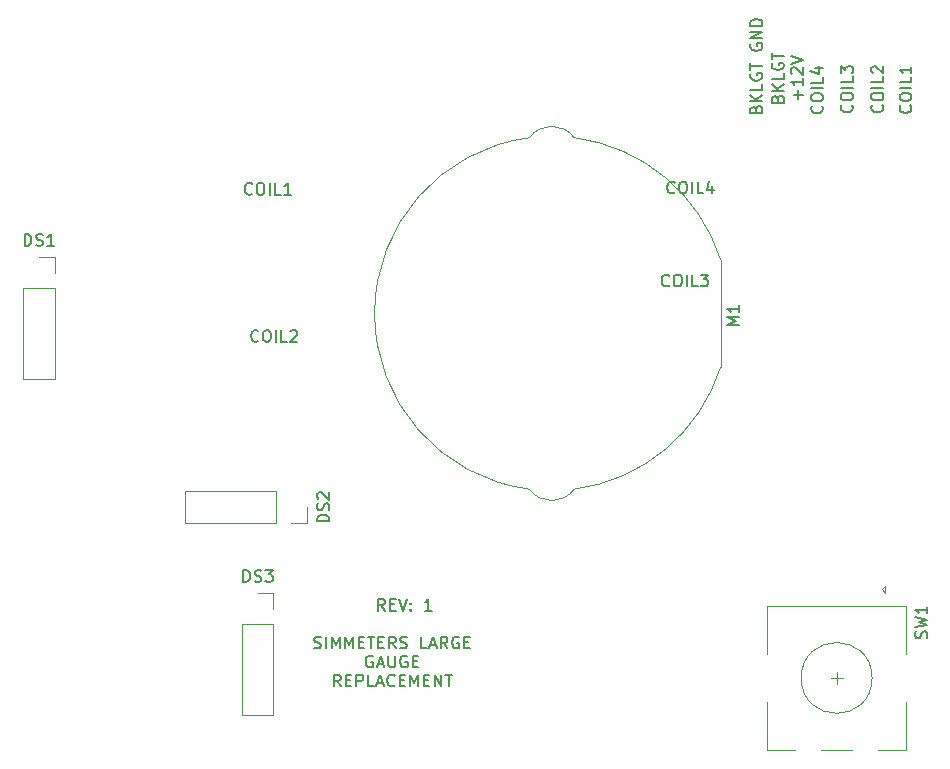
<source format=gbr>
%TF.GenerationSoftware,KiCad,Pcbnew,7.0.9*%
%TF.CreationDate,2023-11-24T15:57:51+10:00*%
%TF.ProjectId,Simmeters Large Guage Replacement,53696d6d-6574-4657-9273-204c61726765,rev?*%
%TF.SameCoordinates,Original*%
%TF.FileFunction,Legend,Top*%
%TF.FilePolarity,Positive*%
%FSLAX46Y46*%
G04 Gerber Fmt 4.6, Leading zero omitted, Abs format (unit mm)*
G04 Created by KiCad (PCBNEW 7.0.9) date 2023-11-24 15:57:51*
%MOMM*%
%LPD*%
G01*
G04 APERTURE LIST*
%ADD10C,0.150000*%
%ADD11C,0.100000*%
%ADD12C,0.120000*%
G04 APERTURE END LIST*
D10*
X209251095Y-83115907D02*
X209298715Y-83163526D01*
X209298715Y-83163526D02*
X209346334Y-83306383D01*
X209346334Y-83306383D02*
X209346334Y-83401621D01*
X209346334Y-83401621D02*
X209298715Y-83544478D01*
X209298715Y-83544478D02*
X209203476Y-83639716D01*
X209203476Y-83639716D02*
X209108238Y-83687335D01*
X209108238Y-83687335D02*
X208917762Y-83734954D01*
X208917762Y-83734954D02*
X208774905Y-83734954D01*
X208774905Y-83734954D02*
X208584429Y-83687335D01*
X208584429Y-83687335D02*
X208489191Y-83639716D01*
X208489191Y-83639716D02*
X208393953Y-83544478D01*
X208393953Y-83544478D02*
X208346334Y-83401621D01*
X208346334Y-83401621D02*
X208346334Y-83306383D01*
X208346334Y-83306383D02*
X208393953Y-83163526D01*
X208393953Y-83163526D02*
X208441572Y-83115907D01*
X208346334Y-82496859D02*
X208346334Y-82306383D01*
X208346334Y-82306383D02*
X208393953Y-82211145D01*
X208393953Y-82211145D02*
X208489191Y-82115907D01*
X208489191Y-82115907D02*
X208679667Y-82068288D01*
X208679667Y-82068288D02*
X209013000Y-82068288D01*
X209013000Y-82068288D02*
X209203476Y-82115907D01*
X209203476Y-82115907D02*
X209298715Y-82211145D01*
X209298715Y-82211145D02*
X209346334Y-82306383D01*
X209346334Y-82306383D02*
X209346334Y-82496859D01*
X209346334Y-82496859D02*
X209298715Y-82592097D01*
X209298715Y-82592097D02*
X209203476Y-82687335D01*
X209203476Y-82687335D02*
X209013000Y-82734954D01*
X209013000Y-82734954D02*
X208679667Y-82734954D01*
X208679667Y-82734954D02*
X208489191Y-82687335D01*
X208489191Y-82687335D02*
X208393953Y-82592097D01*
X208393953Y-82592097D02*
X208346334Y-82496859D01*
X209346334Y-81639716D02*
X208346334Y-81639716D01*
X209346334Y-80687336D02*
X209346334Y-81163526D01*
X209346334Y-81163526D02*
X208346334Y-81163526D01*
X208679667Y-79925431D02*
X209346334Y-79925431D01*
X208298715Y-80163526D02*
X209013000Y-80401621D01*
X209013000Y-80401621D02*
X209013000Y-79782574D01*
X211781095Y-83045907D02*
X211828715Y-83093526D01*
X211828715Y-83093526D02*
X211876334Y-83236383D01*
X211876334Y-83236383D02*
X211876334Y-83331621D01*
X211876334Y-83331621D02*
X211828715Y-83474478D01*
X211828715Y-83474478D02*
X211733476Y-83569716D01*
X211733476Y-83569716D02*
X211638238Y-83617335D01*
X211638238Y-83617335D02*
X211447762Y-83664954D01*
X211447762Y-83664954D02*
X211304905Y-83664954D01*
X211304905Y-83664954D02*
X211114429Y-83617335D01*
X211114429Y-83617335D02*
X211019191Y-83569716D01*
X211019191Y-83569716D02*
X210923953Y-83474478D01*
X210923953Y-83474478D02*
X210876334Y-83331621D01*
X210876334Y-83331621D02*
X210876334Y-83236383D01*
X210876334Y-83236383D02*
X210923953Y-83093526D01*
X210923953Y-83093526D02*
X210971572Y-83045907D01*
X210876334Y-82426859D02*
X210876334Y-82236383D01*
X210876334Y-82236383D02*
X210923953Y-82141145D01*
X210923953Y-82141145D02*
X211019191Y-82045907D01*
X211019191Y-82045907D02*
X211209667Y-81998288D01*
X211209667Y-81998288D02*
X211543000Y-81998288D01*
X211543000Y-81998288D02*
X211733476Y-82045907D01*
X211733476Y-82045907D02*
X211828715Y-82141145D01*
X211828715Y-82141145D02*
X211876334Y-82236383D01*
X211876334Y-82236383D02*
X211876334Y-82426859D01*
X211876334Y-82426859D02*
X211828715Y-82522097D01*
X211828715Y-82522097D02*
X211733476Y-82617335D01*
X211733476Y-82617335D02*
X211543000Y-82664954D01*
X211543000Y-82664954D02*
X211209667Y-82664954D01*
X211209667Y-82664954D02*
X211019191Y-82617335D01*
X211019191Y-82617335D02*
X210923953Y-82522097D01*
X210923953Y-82522097D02*
X210876334Y-82426859D01*
X211876334Y-81569716D02*
X210876334Y-81569716D01*
X211876334Y-80617336D02*
X211876334Y-81093526D01*
X211876334Y-81093526D02*
X210876334Y-81093526D01*
X210876334Y-80379240D02*
X210876334Y-79760193D01*
X210876334Y-79760193D02*
X211257286Y-80093526D01*
X211257286Y-80093526D02*
X211257286Y-79950669D01*
X211257286Y-79950669D02*
X211304905Y-79855431D01*
X211304905Y-79855431D02*
X211352524Y-79807812D01*
X211352524Y-79807812D02*
X211447762Y-79760193D01*
X211447762Y-79760193D02*
X211685857Y-79760193D01*
X211685857Y-79760193D02*
X211781095Y-79807812D01*
X211781095Y-79807812D02*
X211828715Y-79855431D01*
X211828715Y-79855431D02*
X211876334Y-79950669D01*
X211876334Y-79950669D02*
X211876334Y-80236383D01*
X211876334Y-80236383D02*
X211828715Y-80331621D01*
X211828715Y-80331621D02*
X211781095Y-80379240D01*
X205507524Y-82516859D02*
X205555143Y-82374002D01*
X205555143Y-82374002D02*
X205602762Y-82326383D01*
X205602762Y-82326383D02*
X205698000Y-82278764D01*
X205698000Y-82278764D02*
X205840857Y-82278764D01*
X205840857Y-82278764D02*
X205936095Y-82326383D01*
X205936095Y-82326383D02*
X205983715Y-82374002D01*
X205983715Y-82374002D02*
X206031334Y-82469240D01*
X206031334Y-82469240D02*
X206031334Y-82850192D01*
X206031334Y-82850192D02*
X205031334Y-82850192D01*
X205031334Y-82850192D02*
X205031334Y-82516859D01*
X205031334Y-82516859D02*
X205078953Y-82421621D01*
X205078953Y-82421621D02*
X205126572Y-82374002D01*
X205126572Y-82374002D02*
X205221810Y-82326383D01*
X205221810Y-82326383D02*
X205317048Y-82326383D01*
X205317048Y-82326383D02*
X205412286Y-82374002D01*
X205412286Y-82374002D02*
X205459905Y-82421621D01*
X205459905Y-82421621D02*
X205507524Y-82516859D01*
X205507524Y-82516859D02*
X205507524Y-82850192D01*
X206031334Y-81850192D02*
X205031334Y-81850192D01*
X206031334Y-81278764D02*
X205459905Y-81707335D01*
X205031334Y-81278764D02*
X205602762Y-81850192D01*
X206031334Y-80374002D02*
X206031334Y-80850192D01*
X206031334Y-80850192D02*
X205031334Y-80850192D01*
X205078953Y-79516859D02*
X205031334Y-79612097D01*
X205031334Y-79612097D02*
X205031334Y-79754954D01*
X205031334Y-79754954D02*
X205078953Y-79897811D01*
X205078953Y-79897811D02*
X205174191Y-79993049D01*
X205174191Y-79993049D02*
X205269429Y-80040668D01*
X205269429Y-80040668D02*
X205459905Y-80088287D01*
X205459905Y-80088287D02*
X205602762Y-80088287D01*
X205602762Y-80088287D02*
X205793238Y-80040668D01*
X205793238Y-80040668D02*
X205888476Y-79993049D01*
X205888476Y-79993049D02*
X205983715Y-79897811D01*
X205983715Y-79897811D02*
X206031334Y-79754954D01*
X206031334Y-79754954D02*
X206031334Y-79659716D01*
X206031334Y-79659716D02*
X205983715Y-79516859D01*
X205983715Y-79516859D02*
X205936095Y-79469240D01*
X205936095Y-79469240D02*
X205602762Y-79469240D01*
X205602762Y-79469240D02*
X205602762Y-79659716D01*
X205031334Y-79183525D02*
X205031334Y-78612097D01*
X206031334Y-78897811D02*
X205031334Y-78897811D01*
X207260381Y-82564478D02*
X207260381Y-81802574D01*
X207641334Y-82183526D02*
X206879429Y-82183526D01*
X207641334Y-80802574D02*
X207641334Y-81374002D01*
X207641334Y-81088288D02*
X206641334Y-81088288D01*
X206641334Y-81088288D02*
X206784191Y-81183526D01*
X206784191Y-81183526D02*
X206879429Y-81278764D01*
X206879429Y-81278764D02*
X206927048Y-81374002D01*
X206736572Y-80421621D02*
X206688953Y-80374002D01*
X206688953Y-80374002D02*
X206641334Y-80278764D01*
X206641334Y-80278764D02*
X206641334Y-80040669D01*
X206641334Y-80040669D02*
X206688953Y-79945431D01*
X206688953Y-79945431D02*
X206736572Y-79897812D01*
X206736572Y-79897812D02*
X206831810Y-79850193D01*
X206831810Y-79850193D02*
X206927048Y-79850193D01*
X206927048Y-79850193D02*
X207069905Y-79897812D01*
X207069905Y-79897812D02*
X207641334Y-80469240D01*
X207641334Y-80469240D02*
X207641334Y-79850193D01*
X206641334Y-79564478D02*
X207641334Y-79231145D01*
X207641334Y-79231145D02*
X206641334Y-78897812D01*
X214361095Y-83045907D02*
X214408715Y-83093526D01*
X214408715Y-83093526D02*
X214456334Y-83236383D01*
X214456334Y-83236383D02*
X214456334Y-83331621D01*
X214456334Y-83331621D02*
X214408715Y-83474478D01*
X214408715Y-83474478D02*
X214313476Y-83569716D01*
X214313476Y-83569716D02*
X214218238Y-83617335D01*
X214218238Y-83617335D02*
X214027762Y-83664954D01*
X214027762Y-83664954D02*
X213884905Y-83664954D01*
X213884905Y-83664954D02*
X213694429Y-83617335D01*
X213694429Y-83617335D02*
X213599191Y-83569716D01*
X213599191Y-83569716D02*
X213503953Y-83474478D01*
X213503953Y-83474478D02*
X213456334Y-83331621D01*
X213456334Y-83331621D02*
X213456334Y-83236383D01*
X213456334Y-83236383D02*
X213503953Y-83093526D01*
X213503953Y-83093526D02*
X213551572Y-83045907D01*
X213456334Y-82426859D02*
X213456334Y-82236383D01*
X213456334Y-82236383D02*
X213503953Y-82141145D01*
X213503953Y-82141145D02*
X213599191Y-82045907D01*
X213599191Y-82045907D02*
X213789667Y-81998288D01*
X213789667Y-81998288D02*
X214123000Y-81998288D01*
X214123000Y-81998288D02*
X214313476Y-82045907D01*
X214313476Y-82045907D02*
X214408715Y-82141145D01*
X214408715Y-82141145D02*
X214456334Y-82236383D01*
X214456334Y-82236383D02*
X214456334Y-82426859D01*
X214456334Y-82426859D02*
X214408715Y-82522097D01*
X214408715Y-82522097D02*
X214313476Y-82617335D01*
X214313476Y-82617335D02*
X214123000Y-82664954D01*
X214123000Y-82664954D02*
X213789667Y-82664954D01*
X213789667Y-82664954D02*
X213599191Y-82617335D01*
X213599191Y-82617335D02*
X213503953Y-82522097D01*
X213503953Y-82522097D02*
X213456334Y-82426859D01*
X214456334Y-81569716D02*
X213456334Y-81569716D01*
X214456334Y-80617336D02*
X214456334Y-81093526D01*
X214456334Y-81093526D02*
X213456334Y-81093526D01*
X213551572Y-80331621D02*
X213503953Y-80284002D01*
X213503953Y-80284002D02*
X213456334Y-80188764D01*
X213456334Y-80188764D02*
X213456334Y-79950669D01*
X213456334Y-79950669D02*
X213503953Y-79855431D01*
X213503953Y-79855431D02*
X213551572Y-79807812D01*
X213551572Y-79807812D02*
X213646810Y-79760193D01*
X213646810Y-79760193D02*
X213742048Y-79760193D01*
X213742048Y-79760193D02*
X213884905Y-79807812D01*
X213884905Y-79807812D02*
X214456334Y-80379240D01*
X214456334Y-80379240D02*
X214456334Y-79760193D01*
X203692524Y-83402461D02*
X203740143Y-83259604D01*
X203740143Y-83259604D02*
X203787762Y-83211985D01*
X203787762Y-83211985D02*
X203883000Y-83164366D01*
X203883000Y-83164366D02*
X204025857Y-83164366D01*
X204025857Y-83164366D02*
X204121095Y-83211985D01*
X204121095Y-83211985D02*
X204168715Y-83259604D01*
X204168715Y-83259604D02*
X204216334Y-83354842D01*
X204216334Y-83354842D02*
X204216334Y-83735794D01*
X204216334Y-83735794D02*
X203216334Y-83735794D01*
X203216334Y-83735794D02*
X203216334Y-83402461D01*
X203216334Y-83402461D02*
X203263953Y-83307223D01*
X203263953Y-83307223D02*
X203311572Y-83259604D01*
X203311572Y-83259604D02*
X203406810Y-83211985D01*
X203406810Y-83211985D02*
X203502048Y-83211985D01*
X203502048Y-83211985D02*
X203597286Y-83259604D01*
X203597286Y-83259604D02*
X203644905Y-83307223D01*
X203644905Y-83307223D02*
X203692524Y-83402461D01*
X203692524Y-83402461D02*
X203692524Y-83735794D01*
X204216334Y-82735794D02*
X203216334Y-82735794D01*
X204216334Y-82164366D02*
X203644905Y-82592937D01*
X203216334Y-82164366D02*
X203787762Y-82735794D01*
X204216334Y-81259604D02*
X204216334Y-81735794D01*
X204216334Y-81735794D02*
X203216334Y-81735794D01*
X203263953Y-80402461D02*
X203216334Y-80497699D01*
X203216334Y-80497699D02*
X203216334Y-80640556D01*
X203216334Y-80640556D02*
X203263953Y-80783413D01*
X203263953Y-80783413D02*
X203359191Y-80878651D01*
X203359191Y-80878651D02*
X203454429Y-80926270D01*
X203454429Y-80926270D02*
X203644905Y-80973889D01*
X203644905Y-80973889D02*
X203787762Y-80973889D01*
X203787762Y-80973889D02*
X203978238Y-80926270D01*
X203978238Y-80926270D02*
X204073476Y-80878651D01*
X204073476Y-80878651D02*
X204168715Y-80783413D01*
X204168715Y-80783413D02*
X204216334Y-80640556D01*
X204216334Y-80640556D02*
X204216334Y-80545318D01*
X204216334Y-80545318D02*
X204168715Y-80402461D01*
X204168715Y-80402461D02*
X204121095Y-80354842D01*
X204121095Y-80354842D02*
X203787762Y-80354842D01*
X203787762Y-80354842D02*
X203787762Y-80545318D01*
X203216334Y-80069127D02*
X203216334Y-79497699D01*
X204216334Y-79783413D02*
X203216334Y-79783413D01*
X203263953Y-77878651D02*
X203216334Y-77973889D01*
X203216334Y-77973889D02*
X203216334Y-78116746D01*
X203216334Y-78116746D02*
X203263953Y-78259603D01*
X203263953Y-78259603D02*
X203359191Y-78354841D01*
X203359191Y-78354841D02*
X203454429Y-78402460D01*
X203454429Y-78402460D02*
X203644905Y-78450079D01*
X203644905Y-78450079D02*
X203787762Y-78450079D01*
X203787762Y-78450079D02*
X203978238Y-78402460D01*
X203978238Y-78402460D02*
X204073476Y-78354841D01*
X204073476Y-78354841D02*
X204168715Y-78259603D01*
X204168715Y-78259603D02*
X204216334Y-78116746D01*
X204216334Y-78116746D02*
X204216334Y-78021508D01*
X204216334Y-78021508D02*
X204168715Y-77878651D01*
X204168715Y-77878651D02*
X204121095Y-77831032D01*
X204121095Y-77831032D02*
X203787762Y-77831032D01*
X203787762Y-77831032D02*
X203787762Y-78021508D01*
X204216334Y-77402460D02*
X203216334Y-77402460D01*
X203216334Y-77402460D02*
X204216334Y-76831032D01*
X204216334Y-76831032D02*
X203216334Y-76831032D01*
X204216334Y-76354841D02*
X203216334Y-76354841D01*
X203216334Y-76354841D02*
X203216334Y-76116746D01*
X203216334Y-76116746D02*
X203263953Y-75973889D01*
X203263953Y-75973889D02*
X203359191Y-75878651D01*
X203359191Y-75878651D02*
X203454429Y-75831032D01*
X203454429Y-75831032D02*
X203644905Y-75783413D01*
X203644905Y-75783413D02*
X203787762Y-75783413D01*
X203787762Y-75783413D02*
X203978238Y-75831032D01*
X203978238Y-75831032D02*
X204073476Y-75878651D01*
X204073476Y-75878651D02*
X204168715Y-75973889D01*
X204168715Y-75973889D02*
X204216334Y-76116746D01*
X204216334Y-76116746D02*
X204216334Y-76354841D01*
X216751095Y-83085907D02*
X216798715Y-83133526D01*
X216798715Y-83133526D02*
X216846334Y-83276383D01*
X216846334Y-83276383D02*
X216846334Y-83371621D01*
X216846334Y-83371621D02*
X216798715Y-83514478D01*
X216798715Y-83514478D02*
X216703476Y-83609716D01*
X216703476Y-83609716D02*
X216608238Y-83657335D01*
X216608238Y-83657335D02*
X216417762Y-83704954D01*
X216417762Y-83704954D02*
X216274905Y-83704954D01*
X216274905Y-83704954D02*
X216084429Y-83657335D01*
X216084429Y-83657335D02*
X215989191Y-83609716D01*
X215989191Y-83609716D02*
X215893953Y-83514478D01*
X215893953Y-83514478D02*
X215846334Y-83371621D01*
X215846334Y-83371621D02*
X215846334Y-83276383D01*
X215846334Y-83276383D02*
X215893953Y-83133526D01*
X215893953Y-83133526D02*
X215941572Y-83085907D01*
X215846334Y-82466859D02*
X215846334Y-82276383D01*
X215846334Y-82276383D02*
X215893953Y-82181145D01*
X215893953Y-82181145D02*
X215989191Y-82085907D01*
X215989191Y-82085907D02*
X216179667Y-82038288D01*
X216179667Y-82038288D02*
X216513000Y-82038288D01*
X216513000Y-82038288D02*
X216703476Y-82085907D01*
X216703476Y-82085907D02*
X216798715Y-82181145D01*
X216798715Y-82181145D02*
X216846334Y-82276383D01*
X216846334Y-82276383D02*
X216846334Y-82466859D01*
X216846334Y-82466859D02*
X216798715Y-82562097D01*
X216798715Y-82562097D02*
X216703476Y-82657335D01*
X216703476Y-82657335D02*
X216513000Y-82704954D01*
X216513000Y-82704954D02*
X216179667Y-82704954D01*
X216179667Y-82704954D02*
X215989191Y-82657335D01*
X215989191Y-82657335D02*
X215893953Y-82562097D01*
X215893953Y-82562097D02*
X215846334Y-82466859D01*
X216846334Y-81609716D02*
X215846334Y-81609716D01*
X216846334Y-80657336D02*
X216846334Y-81133526D01*
X216846334Y-81133526D02*
X215846334Y-81133526D01*
X216846334Y-79800193D02*
X216846334Y-80371621D01*
X216846334Y-80085907D02*
X215846334Y-80085907D01*
X215846334Y-80085907D02*
X215989191Y-80181145D01*
X215989191Y-80181145D02*
X216084429Y-80276383D01*
X216084429Y-80276383D02*
X216132048Y-80371621D01*
X172278848Y-125849393D02*
X171945515Y-125373202D01*
X171707420Y-125849393D02*
X171707420Y-124849393D01*
X171707420Y-124849393D02*
X172088372Y-124849393D01*
X172088372Y-124849393D02*
X172183610Y-124897012D01*
X172183610Y-124897012D02*
X172231229Y-124944631D01*
X172231229Y-124944631D02*
X172278848Y-125039869D01*
X172278848Y-125039869D02*
X172278848Y-125182726D01*
X172278848Y-125182726D02*
X172231229Y-125277964D01*
X172231229Y-125277964D02*
X172183610Y-125325583D01*
X172183610Y-125325583D02*
X172088372Y-125373202D01*
X172088372Y-125373202D02*
X171707420Y-125373202D01*
X172707420Y-125325583D02*
X173040753Y-125325583D01*
X173183610Y-125849393D02*
X172707420Y-125849393D01*
X172707420Y-125849393D02*
X172707420Y-124849393D01*
X172707420Y-124849393D02*
X173183610Y-124849393D01*
X173469325Y-124849393D02*
X173802658Y-125849393D01*
X173802658Y-125849393D02*
X174135991Y-124849393D01*
X174469325Y-125754154D02*
X174516944Y-125801774D01*
X174516944Y-125801774D02*
X174469325Y-125849393D01*
X174469325Y-125849393D02*
X174421706Y-125801774D01*
X174421706Y-125801774D02*
X174469325Y-125754154D01*
X174469325Y-125754154D02*
X174469325Y-125849393D01*
X174469325Y-125230345D02*
X174516944Y-125277964D01*
X174516944Y-125277964D02*
X174469325Y-125325583D01*
X174469325Y-125325583D02*
X174421706Y-125277964D01*
X174421706Y-125277964D02*
X174469325Y-125230345D01*
X174469325Y-125230345D02*
X174469325Y-125325583D01*
X176231229Y-125849393D02*
X175659801Y-125849393D01*
X175945515Y-125849393D02*
X175945515Y-124849393D01*
X175945515Y-124849393D02*
X175850277Y-124992250D01*
X175850277Y-124992250D02*
X175755039Y-125087488D01*
X175755039Y-125087488D02*
X175659801Y-125135107D01*
X161552181Y-103004154D02*
X161504562Y-103051774D01*
X161504562Y-103051774D02*
X161361705Y-103099393D01*
X161361705Y-103099393D02*
X161266467Y-103099393D01*
X161266467Y-103099393D02*
X161123610Y-103051774D01*
X161123610Y-103051774D02*
X161028372Y-102956535D01*
X161028372Y-102956535D02*
X160980753Y-102861297D01*
X160980753Y-102861297D02*
X160933134Y-102670821D01*
X160933134Y-102670821D02*
X160933134Y-102527964D01*
X160933134Y-102527964D02*
X160980753Y-102337488D01*
X160980753Y-102337488D02*
X161028372Y-102242250D01*
X161028372Y-102242250D02*
X161123610Y-102147012D01*
X161123610Y-102147012D02*
X161266467Y-102099393D01*
X161266467Y-102099393D02*
X161361705Y-102099393D01*
X161361705Y-102099393D02*
X161504562Y-102147012D01*
X161504562Y-102147012D02*
X161552181Y-102194631D01*
X162171229Y-102099393D02*
X162361705Y-102099393D01*
X162361705Y-102099393D02*
X162456943Y-102147012D01*
X162456943Y-102147012D02*
X162552181Y-102242250D01*
X162552181Y-102242250D02*
X162599800Y-102432726D01*
X162599800Y-102432726D02*
X162599800Y-102766059D01*
X162599800Y-102766059D02*
X162552181Y-102956535D01*
X162552181Y-102956535D02*
X162456943Y-103051774D01*
X162456943Y-103051774D02*
X162361705Y-103099393D01*
X162361705Y-103099393D02*
X162171229Y-103099393D01*
X162171229Y-103099393D02*
X162075991Y-103051774D01*
X162075991Y-103051774D02*
X161980753Y-102956535D01*
X161980753Y-102956535D02*
X161933134Y-102766059D01*
X161933134Y-102766059D02*
X161933134Y-102432726D01*
X161933134Y-102432726D02*
X161980753Y-102242250D01*
X161980753Y-102242250D02*
X162075991Y-102147012D01*
X162075991Y-102147012D02*
X162171229Y-102099393D01*
X163028372Y-103099393D02*
X163028372Y-102099393D01*
X163980752Y-103099393D02*
X163504562Y-103099393D01*
X163504562Y-103099393D02*
X163504562Y-102099393D01*
X164266467Y-102194631D02*
X164314086Y-102147012D01*
X164314086Y-102147012D02*
X164409324Y-102099393D01*
X164409324Y-102099393D02*
X164647419Y-102099393D01*
X164647419Y-102099393D02*
X164742657Y-102147012D01*
X164742657Y-102147012D02*
X164790276Y-102194631D01*
X164790276Y-102194631D02*
X164837895Y-102289869D01*
X164837895Y-102289869D02*
X164837895Y-102385107D01*
X164837895Y-102385107D02*
X164790276Y-102527964D01*
X164790276Y-102527964D02*
X164218848Y-103099393D01*
X164218848Y-103099393D02*
X164837895Y-103099393D01*
X161022181Y-90544154D02*
X160974562Y-90591774D01*
X160974562Y-90591774D02*
X160831705Y-90639393D01*
X160831705Y-90639393D02*
X160736467Y-90639393D01*
X160736467Y-90639393D02*
X160593610Y-90591774D01*
X160593610Y-90591774D02*
X160498372Y-90496535D01*
X160498372Y-90496535D02*
X160450753Y-90401297D01*
X160450753Y-90401297D02*
X160403134Y-90210821D01*
X160403134Y-90210821D02*
X160403134Y-90067964D01*
X160403134Y-90067964D02*
X160450753Y-89877488D01*
X160450753Y-89877488D02*
X160498372Y-89782250D01*
X160498372Y-89782250D02*
X160593610Y-89687012D01*
X160593610Y-89687012D02*
X160736467Y-89639393D01*
X160736467Y-89639393D02*
X160831705Y-89639393D01*
X160831705Y-89639393D02*
X160974562Y-89687012D01*
X160974562Y-89687012D02*
X161022181Y-89734631D01*
X161641229Y-89639393D02*
X161831705Y-89639393D01*
X161831705Y-89639393D02*
X161926943Y-89687012D01*
X161926943Y-89687012D02*
X162022181Y-89782250D01*
X162022181Y-89782250D02*
X162069800Y-89972726D01*
X162069800Y-89972726D02*
X162069800Y-90306059D01*
X162069800Y-90306059D02*
X162022181Y-90496535D01*
X162022181Y-90496535D02*
X161926943Y-90591774D01*
X161926943Y-90591774D02*
X161831705Y-90639393D01*
X161831705Y-90639393D02*
X161641229Y-90639393D01*
X161641229Y-90639393D02*
X161545991Y-90591774D01*
X161545991Y-90591774D02*
X161450753Y-90496535D01*
X161450753Y-90496535D02*
X161403134Y-90306059D01*
X161403134Y-90306059D02*
X161403134Y-89972726D01*
X161403134Y-89972726D02*
X161450753Y-89782250D01*
X161450753Y-89782250D02*
X161545991Y-89687012D01*
X161545991Y-89687012D02*
X161641229Y-89639393D01*
X162498372Y-90639393D02*
X162498372Y-89639393D01*
X163450752Y-90639393D02*
X162974562Y-90639393D01*
X162974562Y-90639393D02*
X162974562Y-89639393D01*
X164307895Y-90639393D02*
X163736467Y-90639393D01*
X164022181Y-90639393D02*
X164022181Y-89639393D01*
X164022181Y-89639393D02*
X163926943Y-89782250D01*
X163926943Y-89782250D02*
X163831705Y-89877488D01*
X163831705Y-89877488D02*
X163736467Y-89925107D01*
X196792181Y-90444154D02*
X196744562Y-90491774D01*
X196744562Y-90491774D02*
X196601705Y-90539393D01*
X196601705Y-90539393D02*
X196506467Y-90539393D01*
X196506467Y-90539393D02*
X196363610Y-90491774D01*
X196363610Y-90491774D02*
X196268372Y-90396535D01*
X196268372Y-90396535D02*
X196220753Y-90301297D01*
X196220753Y-90301297D02*
X196173134Y-90110821D01*
X196173134Y-90110821D02*
X196173134Y-89967964D01*
X196173134Y-89967964D02*
X196220753Y-89777488D01*
X196220753Y-89777488D02*
X196268372Y-89682250D01*
X196268372Y-89682250D02*
X196363610Y-89587012D01*
X196363610Y-89587012D02*
X196506467Y-89539393D01*
X196506467Y-89539393D02*
X196601705Y-89539393D01*
X196601705Y-89539393D02*
X196744562Y-89587012D01*
X196744562Y-89587012D02*
X196792181Y-89634631D01*
X197411229Y-89539393D02*
X197601705Y-89539393D01*
X197601705Y-89539393D02*
X197696943Y-89587012D01*
X197696943Y-89587012D02*
X197792181Y-89682250D01*
X197792181Y-89682250D02*
X197839800Y-89872726D01*
X197839800Y-89872726D02*
X197839800Y-90206059D01*
X197839800Y-90206059D02*
X197792181Y-90396535D01*
X197792181Y-90396535D02*
X197696943Y-90491774D01*
X197696943Y-90491774D02*
X197601705Y-90539393D01*
X197601705Y-90539393D02*
X197411229Y-90539393D01*
X197411229Y-90539393D02*
X197315991Y-90491774D01*
X197315991Y-90491774D02*
X197220753Y-90396535D01*
X197220753Y-90396535D02*
X197173134Y-90206059D01*
X197173134Y-90206059D02*
X197173134Y-89872726D01*
X197173134Y-89872726D02*
X197220753Y-89682250D01*
X197220753Y-89682250D02*
X197315991Y-89587012D01*
X197315991Y-89587012D02*
X197411229Y-89539393D01*
X198268372Y-90539393D02*
X198268372Y-89539393D01*
X199220752Y-90539393D02*
X198744562Y-90539393D01*
X198744562Y-90539393D02*
X198744562Y-89539393D01*
X199982657Y-89872726D02*
X199982657Y-90539393D01*
X199744562Y-89491774D02*
X199506467Y-90206059D01*
X199506467Y-90206059D02*
X200125514Y-90206059D01*
X196332181Y-98304154D02*
X196284562Y-98351774D01*
X196284562Y-98351774D02*
X196141705Y-98399393D01*
X196141705Y-98399393D02*
X196046467Y-98399393D01*
X196046467Y-98399393D02*
X195903610Y-98351774D01*
X195903610Y-98351774D02*
X195808372Y-98256535D01*
X195808372Y-98256535D02*
X195760753Y-98161297D01*
X195760753Y-98161297D02*
X195713134Y-97970821D01*
X195713134Y-97970821D02*
X195713134Y-97827964D01*
X195713134Y-97827964D02*
X195760753Y-97637488D01*
X195760753Y-97637488D02*
X195808372Y-97542250D01*
X195808372Y-97542250D02*
X195903610Y-97447012D01*
X195903610Y-97447012D02*
X196046467Y-97399393D01*
X196046467Y-97399393D02*
X196141705Y-97399393D01*
X196141705Y-97399393D02*
X196284562Y-97447012D01*
X196284562Y-97447012D02*
X196332181Y-97494631D01*
X196951229Y-97399393D02*
X197141705Y-97399393D01*
X197141705Y-97399393D02*
X197236943Y-97447012D01*
X197236943Y-97447012D02*
X197332181Y-97542250D01*
X197332181Y-97542250D02*
X197379800Y-97732726D01*
X197379800Y-97732726D02*
X197379800Y-98066059D01*
X197379800Y-98066059D02*
X197332181Y-98256535D01*
X197332181Y-98256535D02*
X197236943Y-98351774D01*
X197236943Y-98351774D02*
X197141705Y-98399393D01*
X197141705Y-98399393D02*
X196951229Y-98399393D01*
X196951229Y-98399393D02*
X196855991Y-98351774D01*
X196855991Y-98351774D02*
X196760753Y-98256535D01*
X196760753Y-98256535D02*
X196713134Y-98066059D01*
X196713134Y-98066059D02*
X196713134Y-97732726D01*
X196713134Y-97732726D02*
X196760753Y-97542250D01*
X196760753Y-97542250D02*
X196855991Y-97447012D01*
X196855991Y-97447012D02*
X196951229Y-97399393D01*
X197808372Y-98399393D02*
X197808372Y-97399393D01*
X198760752Y-98399393D02*
X198284562Y-98399393D01*
X198284562Y-98399393D02*
X198284562Y-97399393D01*
X198998848Y-97399393D02*
X199617895Y-97399393D01*
X199617895Y-97399393D02*
X199284562Y-97780345D01*
X199284562Y-97780345D02*
X199427419Y-97780345D01*
X199427419Y-97780345D02*
X199522657Y-97827964D01*
X199522657Y-97827964D02*
X199570276Y-97875583D01*
X199570276Y-97875583D02*
X199617895Y-97970821D01*
X199617895Y-97970821D02*
X199617895Y-98208916D01*
X199617895Y-98208916D02*
X199570276Y-98304154D01*
X199570276Y-98304154D02*
X199522657Y-98351774D01*
X199522657Y-98351774D02*
X199427419Y-98399393D01*
X199427419Y-98399393D02*
X199141705Y-98399393D01*
X199141705Y-98399393D02*
X199046467Y-98351774D01*
X199046467Y-98351774D02*
X198998848Y-98304154D01*
X166280277Y-129011774D02*
X166423134Y-129059393D01*
X166423134Y-129059393D02*
X166661229Y-129059393D01*
X166661229Y-129059393D02*
X166756467Y-129011774D01*
X166756467Y-129011774D02*
X166804086Y-128964154D01*
X166804086Y-128964154D02*
X166851705Y-128868916D01*
X166851705Y-128868916D02*
X166851705Y-128773678D01*
X166851705Y-128773678D02*
X166804086Y-128678440D01*
X166804086Y-128678440D02*
X166756467Y-128630821D01*
X166756467Y-128630821D02*
X166661229Y-128583202D01*
X166661229Y-128583202D02*
X166470753Y-128535583D01*
X166470753Y-128535583D02*
X166375515Y-128487964D01*
X166375515Y-128487964D02*
X166327896Y-128440345D01*
X166327896Y-128440345D02*
X166280277Y-128345107D01*
X166280277Y-128345107D02*
X166280277Y-128249869D01*
X166280277Y-128249869D02*
X166327896Y-128154631D01*
X166327896Y-128154631D02*
X166375515Y-128107012D01*
X166375515Y-128107012D02*
X166470753Y-128059393D01*
X166470753Y-128059393D02*
X166708848Y-128059393D01*
X166708848Y-128059393D02*
X166851705Y-128107012D01*
X167280277Y-129059393D02*
X167280277Y-128059393D01*
X167756467Y-129059393D02*
X167756467Y-128059393D01*
X167756467Y-128059393D02*
X168089800Y-128773678D01*
X168089800Y-128773678D02*
X168423133Y-128059393D01*
X168423133Y-128059393D02*
X168423133Y-129059393D01*
X168899324Y-129059393D02*
X168899324Y-128059393D01*
X168899324Y-128059393D02*
X169232657Y-128773678D01*
X169232657Y-128773678D02*
X169565990Y-128059393D01*
X169565990Y-128059393D02*
X169565990Y-129059393D01*
X170042181Y-128535583D02*
X170375514Y-128535583D01*
X170518371Y-129059393D02*
X170042181Y-129059393D01*
X170042181Y-129059393D02*
X170042181Y-128059393D01*
X170042181Y-128059393D02*
X170518371Y-128059393D01*
X170804086Y-128059393D02*
X171375514Y-128059393D01*
X171089800Y-129059393D02*
X171089800Y-128059393D01*
X171708848Y-128535583D02*
X172042181Y-128535583D01*
X172185038Y-129059393D02*
X171708848Y-129059393D01*
X171708848Y-129059393D02*
X171708848Y-128059393D01*
X171708848Y-128059393D02*
X172185038Y-128059393D01*
X173185038Y-129059393D02*
X172851705Y-128583202D01*
X172613610Y-129059393D02*
X172613610Y-128059393D01*
X172613610Y-128059393D02*
X172994562Y-128059393D01*
X172994562Y-128059393D02*
X173089800Y-128107012D01*
X173089800Y-128107012D02*
X173137419Y-128154631D01*
X173137419Y-128154631D02*
X173185038Y-128249869D01*
X173185038Y-128249869D02*
X173185038Y-128392726D01*
X173185038Y-128392726D02*
X173137419Y-128487964D01*
X173137419Y-128487964D02*
X173089800Y-128535583D01*
X173089800Y-128535583D02*
X172994562Y-128583202D01*
X172994562Y-128583202D02*
X172613610Y-128583202D01*
X173565991Y-129011774D02*
X173708848Y-129059393D01*
X173708848Y-129059393D02*
X173946943Y-129059393D01*
X173946943Y-129059393D02*
X174042181Y-129011774D01*
X174042181Y-129011774D02*
X174089800Y-128964154D01*
X174089800Y-128964154D02*
X174137419Y-128868916D01*
X174137419Y-128868916D02*
X174137419Y-128773678D01*
X174137419Y-128773678D02*
X174089800Y-128678440D01*
X174089800Y-128678440D02*
X174042181Y-128630821D01*
X174042181Y-128630821D02*
X173946943Y-128583202D01*
X173946943Y-128583202D02*
X173756467Y-128535583D01*
X173756467Y-128535583D02*
X173661229Y-128487964D01*
X173661229Y-128487964D02*
X173613610Y-128440345D01*
X173613610Y-128440345D02*
X173565991Y-128345107D01*
X173565991Y-128345107D02*
X173565991Y-128249869D01*
X173565991Y-128249869D02*
X173613610Y-128154631D01*
X173613610Y-128154631D02*
X173661229Y-128107012D01*
X173661229Y-128107012D02*
X173756467Y-128059393D01*
X173756467Y-128059393D02*
X173994562Y-128059393D01*
X173994562Y-128059393D02*
X174137419Y-128107012D01*
X175804086Y-129059393D02*
X175327896Y-129059393D01*
X175327896Y-129059393D02*
X175327896Y-128059393D01*
X176089801Y-128773678D02*
X176565991Y-128773678D01*
X175994563Y-129059393D02*
X176327896Y-128059393D01*
X176327896Y-128059393D02*
X176661229Y-129059393D01*
X177565991Y-129059393D02*
X177232658Y-128583202D01*
X176994563Y-129059393D02*
X176994563Y-128059393D01*
X176994563Y-128059393D02*
X177375515Y-128059393D01*
X177375515Y-128059393D02*
X177470753Y-128107012D01*
X177470753Y-128107012D02*
X177518372Y-128154631D01*
X177518372Y-128154631D02*
X177565991Y-128249869D01*
X177565991Y-128249869D02*
X177565991Y-128392726D01*
X177565991Y-128392726D02*
X177518372Y-128487964D01*
X177518372Y-128487964D02*
X177470753Y-128535583D01*
X177470753Y-128535583D02*
X177375515Y-128583202D01*
X177375515Y-128583202D02*
X176994563Y-128583202D01*
X178518372Y-128107012D02*
X178423134Y-128059393D01*
X178423134Y-128059393D02*
X178280277Y-128059393D01*
X178280277Y-128059393D02*
X178137420Y-128107012D01*
X178137420Y-128107012D02*
X178042182Y-128202250D01*
X178042182Y-128202250D02*
X177994563Y-128297488D01*
X177994563Y-128297488D02*
X177946944Y-128487964D01*
X177946944Y-128487964D02*
X177946944Y-128630821D01*
X177946944Y-128630821D02*
X177994563Y-128821297D01*
X177994563Y-128821297D02*
X178042182Y-128916535D01*
X178042182Y-128916535D02*
X178137420Y-129011774D01*
X178137420Y-129011774D02*
X178280277Y-129059393D01*
X178280277Y-129059393D02*
X178375515Y-129059393D01*
X178375515Y-129059393D02*
X178518372Y-129011774D01*
X178518372Y-129011774D02*
X178565991Y-128964154D01*
X178565991Y-128964154D02*
X178565991Y-128630821D01*
X178565991Y-128630821D02*
X178375515Y-128630821D01*
X178994563Y-128535583D02*
X179327896Y-128535583D01*
X179470753Y-129059393D02*
X178994563Y-129059393D01*
X178994563Y-129059393D02*
X178994563Y-128059393D01*
X178994563Y-128059393D02*
X179470753Y-128059393D01*
X171232657Y-129717012D02*
X171137419Y-129669393D01*
X171137419Y-129669393D02*
X170994562Y-129669393D01*
X170994562Y-129669393D02*
X170851705Y-129717012D01*
X170851705Y-129717012D02*
X170756467Y-129812250D01*
X170756467Y-129812250D02*
X170708848Y-129907488D01*
X170708848Y-129907488D02*
X170661229Y-130097964D01*
X170661229Y-130097964D02*
X170661229Y-130240821D01*
X170661229Y-130240821D02*
X170708848Y-130431297D01*
X170708848Y-130431297D02*
X170756467Y-130526535D01*
X170756467Y-130526535D02*
X170851705Y-130621774D01*
X170851705Y-130621774D02*
X170994562Y-130669393D01*
X170994562Y-130669393D02*
X171089800Y-130669393D01*
X171089800Y-130669393D02*
X171232657Y-130621774D01*
X171232657Y-130621774D02*
X171280276Y-130574154D01*
X171280276Y-130574154D02*
X171280276Y-130240821D01*
X171280276Y-130240821D02*
X171089800Y-130240821D01*
X171661229Y-130383678D02*
X172137419Y-130383678D01*
X171565991Y-130669393D02*
X171899324Y-129669393D01*
X171899324Y-129669393D02*
X172232657Y-130669393D01*
X172565991Y-129669393D02*
X172565991Y-130478916D01*
X172565991Y-130478916D02*
X172613610Y-130574154D01*
X172613610Y-130574154D02*
X172661229Y-130621774D01*
X172661229Y-130621774D02*
X172756467Y-130669393D01*
X172756467Y-130669393D02*
X172946943Y-130669393D01*
X172946943Y-130669393D02*
X173042181Y-130621774D01*
X173042181Y-130621774D02*
X173089800Y-130574154D01*
X173089800Y-130574154D02*
X173137419Y-130478916D01*
X173137419Y-130478916D02*
X173137419Y-129669393D01*
X174137419Y-129717012D02*
X174042181Y-129669393D01*
X174042181Y-129669393D02*
X173899324Y-129669393D01*
X173899324Y-129669393D02*
X173756467Y-129717012D01*
X173756467Y-129717012D02*
X173661229Y-129812250D01*
X173661229Y-129812250D02*
X173613610Y-129907488D01*
X173613610Y-129907488D02*
X173565991Y-130097964D01*
X173565991Y-130097964D02*
X173565991Y-130240821D01*
X173565991Y-130240821D02*
X173613610Y-130431297D01*
X173613610Y-130431297D02*
X173661229Y-130526535D01*
X173661229Y-130526535D02*
X173756467Y-130621774D01*
X173756467Y-130621774D02*
X173899324Y-130669393D01*
X173899324Y-130669393D02*
X173994562Y-130669393D01*
X173994562Y-130669393D02*
X174137419Y-130621774D01*
X174137419Y-130621774D02*
X174185038Y-130574154D01*
X174185038Y-130574154D02*
X174185038Y-130240821D01*
X174185038Y-130240821D02*
X173994562Y-130240821D01*
X174613610Y-130145583D02*
X174946943Y-130145583D01*
X175089800Y-130669393D02*
X174613610Y-130669393D01*
X174613610Y-130669393D02*
X174613610Y-129669393D01*
X174613610Y-129669393D02*
X175089800Y-129669393D01*
X168518371Y-132279393D02*
X168185038Y-131803202D01*
X167946943Y-132279393D02*
X167946943Y-131279393D01*
X167946943Y-131279393D02*
X168327895Y-131279393D01*
X168327895Y-131279393D02*
X168423133Y-131327012D01*
X168423133Y-131327012D02*
X168470752Y-131374631D01*
X168470752Y-131374631D02*
X168518371Y-131469869D01*
X168518371Y-131469869D02*
X168518371Y-131612726D01*
X168518371Y-131612726D02*
X168470752Y-131707964D01*
X168470752Y-131707964D02*
X168423133Y-131755583D01*
X168423133Y-131755583D02*
X168327895Y-131803202D01*
X168327895Y-131803202D02*
X167946943Y-131803202D01*
X168946943Y-131755583D02*
X169280276Y-131755583D01*
X169423133Y-132279393D02*
X168946943Y-132279393D01*
X168946943Y-132279393D02*
X168946943Y-131279393D01*
X168946943Y-131279393D02*
X169423133Y-131279393D01*
X169851705Y-132279393D02*
X169851705Y-131279393D01*
X169851705Y-131279393D02*
X170232657Y-131279393D01*
X170232657Y-131279393D02*
X170327895Y-131327012D01*
X170327895Y-131327012D02*
X170375514Y-131374631D01*
X170375514Y-131374631D02*
X170423133Y-131469869D01*
X170423133Y-131469869D02*
X170423133Y-131612726D01*
X170423133Y-131612726D02*
X170375514Y-131707964D01*
X170375514Y-131707964D02*
X170327895Y-131755583D01*
X170327895Y-131755583D02*
X170232657Y-131803202D01*
X170232657Y-131803202D02*
X169851705Y-131803202D01*
X171327895Y-132279393D02*
X170851705Y-132279393D01*
X170851705Y-132279393D02*
X170851705Y-131279393D01*
X171613610Y-131993678D02*
X172089800Y-131993678D01*
X171518372Y-132279393D02*
X171851705Y-131279393D01*
X171851705Y-131279393D02*
X172185038Y-132279393D01*
X173089800Y-132184154D02*
X173042181Y-132231774D01*
X173042181Y-132231774D02*
X172899324Y-132279393D01*
X172899324Y-132279393D02*
X172804086Y-132279393D01*
X172804086Y-132279393D02*
X172661229Y-132231774D01*
X172661229Y-132231774D02*
X172565991Y-132136535D01*
X172565991Y-132136535D02*
X172518372Y-132041297D01*
X172518372Y-132041297D02*
X172470753Y-131850821D01*
X172470753Y-131850821D02*
X172470753Y-131707964D01*
X172470753Y-131707964D02*
X172518372Y-131517488D01*
X172518372Y-131517488D02*
X172565991Y-131422250D01*
X172565991Y-131422250D02*
X172661229Y-131327012D01*
X172661229Y-131327012D02*
X172804086Y-131279393D01*
X172804086Y-131279393D02*
X172899324Y-131279393D01*
X172899324Y-131279393D02*
X173042181Y-131327012D01*
X173042181Y-131327012D02*
X173089800Y-131374631D01*
X173518372Y-131755583D02*
X173851705Y-131755583D01*
X173994562Y-132279393D02*
X173518372Y-132279393D01*
X173518372Y-132279393D02*
X173518372Y-131279393D01*
X173518372Y-131279393D02*
X173994562Y-131279393D01*
X174423134Y-132279393D02*
X174423134Y-131279393D01*
X174423134Y-131279393D02*
X174756467Y-131993678D01*
X174756467Y-131993678D02*
X175089800Y-131279393D01*
X175089800Y-131279393D02*
X175089800Y-132279393D01*
X175565991Y-131755583D02*
X175899324Y-131755583D01*
X176042181Y-132279393D02*
X175565991Y-132279393D01*
X175565991Y-132279393D02*
X175565991Y-131279393D01*
X175565991Y-131279393D02*
X176042181Y-131279393D01*
X176470753Y-132279393D02*
X176470753Y-131279393D01*
X176470753Y-131279393D02*
X177042181Y-132279393D01*
X177042181Y-132279393D02*
X177042181Y-131279393D01*
X177375515Y-131279393D02*
X177946943Y-131279393D01*
X177661229Y-132279393D02*
X177661229Y-131279393D01*
X202249919Y-101669123D02*
X201249919Y-101669123D01*
X201249919Y-101669123D02*
X201964204Y-101335790D01*
X201964204Y-101335790D02*
X201249919Y-101002457D01*
X201249919Y-101002457D02*
X202249919Y-101002457D01*
X202249919Y-100002457D02*
X202249919Y-100573885D01*
X202249919Y-100288171D02*
X201249919Y-100288171D01*
X201249919Y-100288171D02*
X201392776Y-100383409D01*
X201392776Y-100383409D02*
X201488014Y-100478647D01*
X201488014Y-100478647D02*
X201535633Y-100573885D01*
X218122700Y-128187932D02*
X218170319Y-128045075D01*
X218170319Y-128045075D02*
X218170319Y-127806980D01*
X218170319Y-127806980D02*
X218122700Y-127711742D01*
X218122700Y-127711742D02*
X218075080Y-127664123D01*
X218075080Y-127664123D02*
X217979842Y-127616504D01*
X217979842Y-127616504D02*
X217884604Y-127616504D01*
X217884604Y-127616504D02*
X217789366Y-127664123D01*
X217789366Y-127664123D02*
X217741747Y-127711742D01*
X217741747Y-127711742D02*
X217694128Y-127806980D01*
X217694128Y-127806980D02*
X217646509Y-127997456D01*
X217646509Y-127997456D02*
X217598890Y-128092694D01*
X217598890Y-128092694D02*
X217551271Y-128140313D01*
X217551271Y-128140313D02*
X217456033Y-128187932D01*
X217456033Y-128187932D02*
X217360795Y-128187932D01*
X217360795Y-128187932D02*
X217265557Y-128140313D01*
X217265557Y-128140313D02*
X217217938Y-128092694D01*
X217217938Y-128092694D02*
X217170319Y-127997456D01*
X217170319Y-127997456D02*
X217170319Y-127759361D01*
X217170319Y-127759361D02*
X217217938Y-127616504D01*
X217170319Y-127283170D02*
X218170319Y-127045075D01*
X218170319Y-127045075D02*
X217456033Y-126854599D01*
X217456033Y-126854599D02*
X218170319Y-126664123D01*
X218170319Y-126664123D02*
X217170319Y-126426028D01*
X218170319Y-125521266D02*
X218170319Y-126092694D01*
X218170319Y-125806980D02*
X217170319Y-125806980D01*
X217170319Y-125806980D02*
X217313176Y-125902218D01*
X217313176Y-125902218D02*
X217408414Y-125997456D01*
X217408414Y-125997456D02*
X217456033Y-126092694D01*
X160288214Y-123413419D02*
X160288214Y-122413419D01*
X160288214Y-122413419D02*
X160526309Y-122413419D01*
X160526309Y-122413419D02*
X160669166Y-122461038D01*
X160669166Y-122461038D02*
X160764404Y-122556276D01*
X160764404Y-122556276D02*
X160812023Y-122651514D01*
X160812023Y-122651514D02*
X160859642Y-122841990D01*
X160859642Y-122841990D02*
X160859642Y-122984847D01*
X160859642Y-122984847D02*
X160812023Y-123175323D01*
X160812023Y-123175323D02*
X160764404Y-123270561D01*
X160764404Y-123270561D02*
X160669166Y-123365800D01*
X160669166Y-123365800D02*
X160526309Y-123413419D01*
X160526309Y-123413419D02*
X160288214Y-123413419D01*
X161240595Y-123365800D02*
X161383452Y-123413419D01*
X161383452Y-123413419D02*
X161621547Y-123413419D01*
X161621547Y-123413419D02*
X161716785Y-123365800D01*
X161716785Y-123365800D02*
X161764404Y-123318180D01*
X161764404Y-123318180D02*
X161812023Y-123222942D01*
X161812023Y-123222942D02*
X161812023Y-123127704D01*
X161812023Y-123127704D02*
X161764404Y-123032466D01*
X161764404Y-123032466D02*
X161716785Y-122984847D01*
X161716785Y-122984847D02*
X161621547Y-122937228D01*
X161621547Y-122937228D02*
X161431071Y-122889609D01*
X161431071Y-122889609D02*
X161335833Y-122841990D01*
X161335833Y-122841990D02*
X161288214Y-122794371D01*
X161288214Y-122794371D02*
X161240595Y-122699133D01*
X161240595Y-122699133D02*
X161240595Y-122603895D01*
X161240595Y-122603895D02*
X161288214Y-122508657D01*
X161288214Y-122508657D02*
X161335833Y-122461038D01*
X161335833Y-122461038D02*
X161431071Y-122413419D01*
X161431071Y-122413419D02*
X161669166Y-122413419D01*
X161669166Y-122413419D02*
X161812023Y-122461038D01*
X162145357Y-122413419D02*
X162764404Y-122413419D01*
X162764404Y-122413419D02*
X162431071Y-122794371D01*
X162431071Y-122794371D02*
X162573928Y-122794371D01*
X162573928Y-122794371D02*
X162669166Y-122841990D01*
X162669166Y-122841990D02*
X162716785Y-122889609D01*
X162716785Y-122889609D02*
X162764404Y-122984847D01*
X162764404Y-122984847D02*
X162764404Y-123222942D01*
X162764404Y-123222942D02*
X162716785Y-123318180D01*
X162716785Y-123318180D02*
X162669166Y-123365800D01*
X162669166Y-123365800D02*
X162573928Y-123413419D01*
X162573928Y-123413419D02*
X162288214Y-123413419D01*
X162288214Y-123413419D02*
X162192976Y-123365800D01*
X162192976Y-123365800D02*
X162145357Y-123318180D01*
X167546319Y-118306885D02*
X166546319Y-118306885D01*
X166546319Y-118306885D02*
X166546319Y-118068790D01*
X166546319Y-118068790D02*
X166593938Y-117925933D01*
X166593938Y-117925933D02*
X166689176Y-117830695D01*
X166689176Y-117830695D02*
X166784414Y-117783076D01*
X166784414Y-117783076D02*
X166974890Y-117735457D01*
X166974890Y-117735457D02*
X167117747Y-117735457D01*
X167117747Y-117735457D02*
X167308223Y-117783076D01*
X167308223Y-117783076D02*
X167403461Y-117830695D01*
X167403461Y-117830695D02*
X167498700Y-117925933D01*
X167498700Y-117925933D02*
X167546319Y-118068790D01*
X167546319Y-118068790D02*
X167546319Y-118306885D01*
X167498700Y-117354504D02*
X167546319Y-117211647D01*
X167546319Y-117211647D02*
X167546319Y-116973552D01*
X167546319Y-116973552D02*
X167498700Y-116878314D01*
X167498700Y-116878314D02*
X167451080Y-116830695D01*
X167451080Y-116830695D02*
X167355842Y-116783076D01*
X167355842Y-116783076D02*
X167260604Y-116783076D01*
X167260604Y-116783076D02*
X167165366Y-116830695D01*
X167165366Y-116830695D02*
X167117747Y-116878314D01*
X167117747Y-116878314D02*
X167070128Y-116973552D01*
X167070128Y-116973552D02*
X167022509Y-117164028D01*
X167022509Y-117164028D02*
X166974890Y-117259266D01*
X166974890Y-117259266D02*
X166927271Y-117306885D01*
X166927271Y-117306885D02*
X166832033Y-117354504D01*
X166832033Y-117354504D02*
X166736795Y-117354504D01*
X166736795Y-117354504D02*
X166641557Y-117306885D01*
X166641557Y-117306885D02*
X166593938Y-117259266D01*
X166593938Y-117259266D02*
X166546319Y-117164028D01*
X166546319Y-117164028D02*
X166546319Y-116925933D01*
X166546319Y-116925933D02*
X166593938Y-116783076D01*
X166641557Y-116402123D02*
X166593938Y-116354504D01*
X166593938Y-116354504D02*
X166546319Y-116259266D01*
X166546319Y-116259266D02*
X166546319Y-116021171D01*
X166546319Y-116021171D02*
X166593938Y-115925933D01*
X166593938Y-115925933D02*
X166641557Y-115878314D01*
X166641557Y-115878314D02*
X166736795Y-115830695D01*
X166736795Y-115830695D02*
X166832033Y-115830695D01*
X166832033Y-115830695D02*
X166974890Y-115878314D01*
X166974890Y-115878314D02*
X167546319Y-116449742D01*
X167546319Y-116449742D02*
X167546319Y-115830695D01*
X141771214Y-94965419D02*
X141771214Y-93965419D01*
X141771214Y-93965419D02*
X142009309Y-93965419D01*
X142009309Y-93965419D02*
X142152166Y-94013038D01*
X142152166Y-94013038D02*
X142247404Y-94108276D01*
X142247404Y-94108276D02*
X142295023Y-94203514D01*
X142295023Y-94203514D02*
X142342642Y-94393990D01*
X142342642Y-94393990D02*
X142342642Y-94536847D01*
X142342642Y-94536847D02*
X142295023Y-94727323D01*
X142295023Y-94727323D02*
X142247404Y-94822561D01*
X142247404Y-94822561D02*
X142152166Y-94917800D01*
X142152166Y-94917800D02*
X142009309Y-94965419D01*
X142009309Y-94965419D02*
X141771214Y-94965419D01*
X142723595Y-94917800D02*
X142866452Y-94965419D01*
X142866452Y-94965419D02*
X143104547Y-94965419D01*
X143104547Y-94965419D02*
X143199785Y-94917800D01*
X143199785Y-94917800D02*
X143247404Y-94870180D01*
X143247404Y-94870180D02*
X143295023Y-94774942D01*
X143295023Y-94774942D02*
X143295023Y-94679704D01*
X143295023Y-94679704D02*
X143247404Y-94584466D01*
X143247404Y-94584466D02*
X143199785Y-94536847D01*
X143199785Y-94536847D02*
X143104547Y-94489228D01*
X143104547Y-94489228D02*
X142914071Y-94441609D01*
X142914071Y-94441609D02*
X142818833Y-94393990D01*
X142818833Y-94393990D02*
X142771214Y-94346371D01*
X142771214Y-94346371D02*
X142723595Y-94251133D01*
X142723595Y-94251133D02*
X142723595Y-94155895D01*
X142723595Y-94155895D02*
X142771214Y-94060657D01*
X142771214Y-94060657D02*
X142818833Y-94013038D01*
X142818833Y-94013038D02*
X142914071Y-93965419D01*
X142914071Y-93965419D02*
X143152166Y-93965419D01*
X143152166Y-93965419D02*
X143295023Y-94013038D01*
X144247404Y-94965419D02*
X143675976Y-94965419D01*
X143961690Y-94965419D02*
X143961690Y-93965419D01*
X143961690Y-93965419D02*
X143866452Y-94108276D01*
X143866452Y-94108276D02*
X143771214Y-94203514D01*
X143771214Y-94203514D02*
X143675976Y-94251133D01*
D11*
%TO.C,M1*%
X200695100Y-96165804D02*
X200695100Y-105223396D01*
X200695099Y-96165804D02*
G75*
G03*
X188308094Y-85817087I-14299997J-4528794D01*
G01*
X188298103Y-85815804D02*
G75*
G03*
X184490908Y-85817446I-1903003J-1378795D01*
G01*
X188298103Y-115573395D02*
G75*
G03*
X200692054Y-105232998I-1903004J14878796D01*
G01*
X184492097Y-115573396D02*
G75*
G03*
X188299292Y-115571754I1903003J1378796D01*
G01*
X184492097Y-85815805D02*
G75*
G03*
X184486165Y-115572635I1903003J-14878795D01*
G01*
D12*
%TO.C,SW1*%
X214615500Y-123754600D02*
X214615500Y-124354600D01*
X214315500Y-124054600D02*
X214615500Y-123754600D01*
X214615500Y-124354600D02*
X214315500Y-124054600D01*
X216415500Y-125454600D02*
X204615500Y-125454600D01*
X216415500Y-129554600D02*
X216415500Y-125454600D01*
X204615500Y-129554600D02*
X204615500Y-125454600D01*
X210515500Y-131054600D02*
X210515500Y-132054600D01*
X211015500Y-131554600D02*
X210015500Y-131554600D01*
X216415500Y-133554600D02*
X216415500Y-137654600D01*
X216415500Y-137654600D02*
X214015500Y-137654600D01*
X211815500Y-137654600D02*
X209215500Y-137654600D01*
X207015500Y-137654600D02*
X204615500Y-137654600D01*
X204615500Y-137654600D02*
X204615500Y-133554600D01*
X213515500Y-131554600D02*
G75*
G03*
X213515500Y-131554600I-3000000J0D01*
G01*
%TO.C,DS3*%
X160172500Y-126998600D02*
X160172500Y-134678600D01*
X160172500Y-126998600D02*
X162832500Y-126998600D01*
X160172500Y-134678600D02*
X162832500Y-134678600D01*
X161502500Y-124398600D02*
X162832500Y-124398600D01*
X162832500Y-124398600D02*
X162832500Y-125728600D01*
X162832500Y-126998600D02*
X162832500Y-134678600D01*
%TO.C,DS2*%
X163051500Y-115762600D02*
X155371500Y-115762600D01*
X163051500Y-115762600D02*
X163051500Y-118422600D01*
X155371500Y-115762600D02*
X155371500Y-118422600D01*
X165651500Y-117092600D02*
X165651500Y-118422600D01*
X165651500Y-118422600D02*
X164321500Y-118422600D01*
X163051500Y-118422600D02*
X155371500Y-118422600D01*
%TO.C,DS1*%
X141655500Y-98550600D02*
X141655500Y-106230600D01*
X141655500Y-98550600D02*
X144315500Y-98550600D01*
X141655500Y-106230600D02*
X144315500Y-106230600D01*
X142985500Y-95950600D02*
X144315500Y-95950600D01*
X144315500Y-95950600D02*
X144315500Y-97280600D01*
X144315500Y-98550600D02*
X144315500Y-106230600D01*
%TD*%
M02*

</source>
